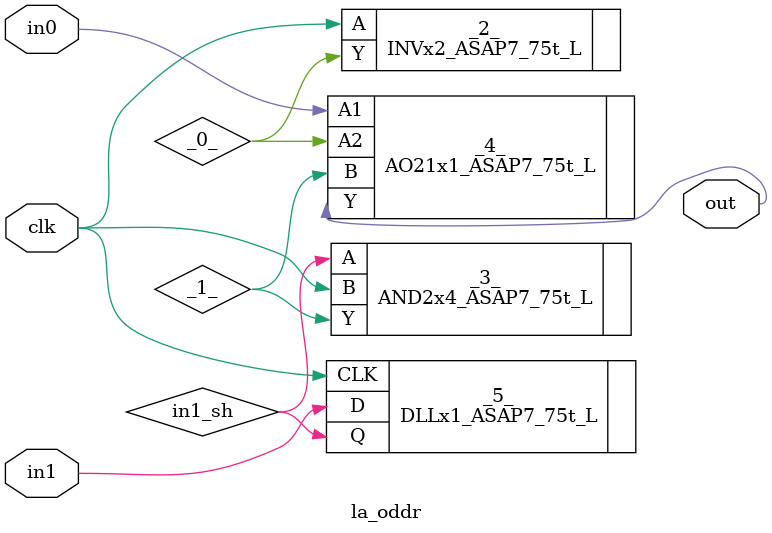
<source format=v>

/* Generated by Yosys 0.37 (git sha1 a5c7f69ed, clang 14.0.0-1ubuntu1.1 -fPIC -Os) */

module la_oddr(clk, in0, in1, out);
  wire _0_;
  wire _1_;
  input clk;
  wire clk;
  input in0;
  wire in0;
  input in1;
  wire in1;
  wire in1_sh;
  output out;
  wire out;
  INVx2_ASAP7_75t_L _2_ (
    .A(clk),
    .Y(_0_)
  );
  AND2x4_ASAP7_75t_L _3_ (
    .A(in1_sh),
    .B(clk),
    .Y(_1_)
  );
  AO21x1_ASAP7_75t_L _4_ (
    .A1(in0),
    .A2(_0_),
    .B(_1_),
    .Y(out)
  );
  DLLx1_ASAP7_75t_L _5_ (
    .CLK(clk),
    .D(in1),
    .Q(in1_sh)
  );
endmodule

</source>
